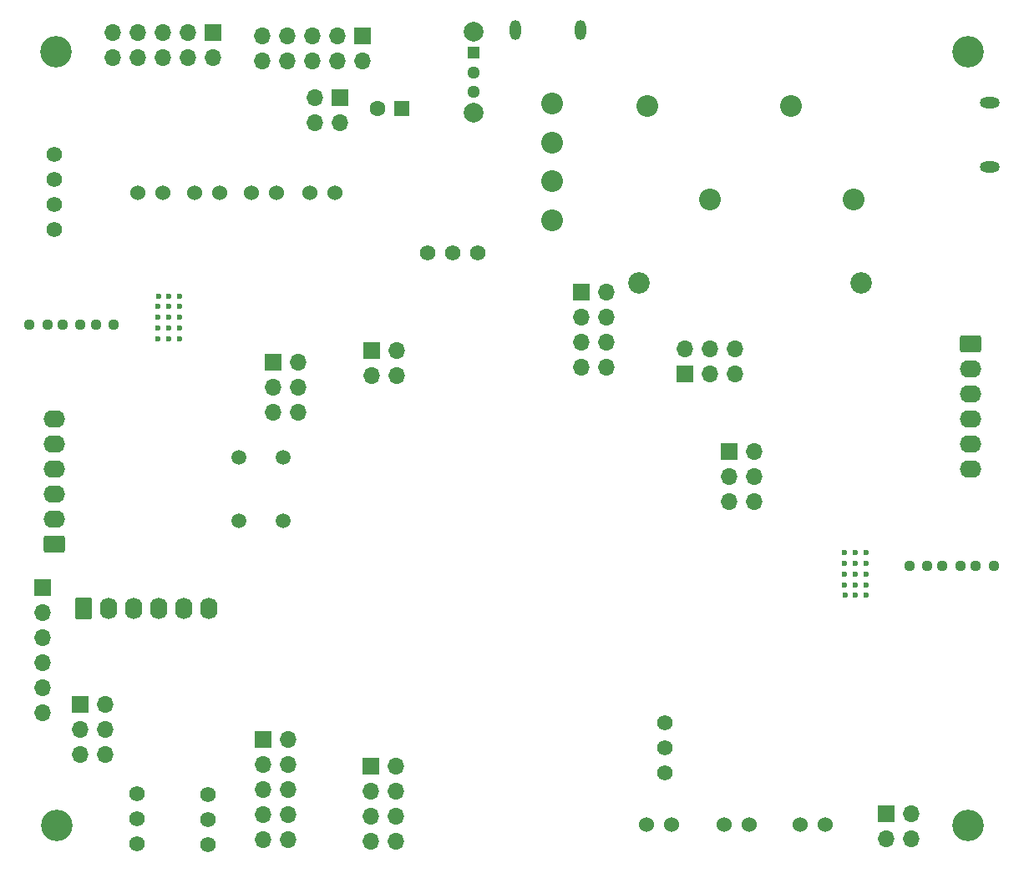
<source format=gbr>
%TF.GenerationSoftware,KiCad,Pcbnew,9.0.2*%
%TF.CreationDate,2025-06-03T12:39:49-07:00*%
%TF.ProjectId,MainBoard,4d61696e-426f-4617-9264-2e6b69636164,0.3*%
%TF.SameCoordinates,Original*%
%TF.FileFunction,Soldermask,Bot*%
%TF.FilePolarity,Negative*%
%FSLAX46Y46*%
G04 Gerber Fmt 4.6, Leading zero omitted, Abs format (unit mm)*
G04 Created by KiCad (PCBNEW 9.0.2) date 2025-06-03 12:39:49*
%MOMM*%
%LPD*%
G01*
G04 APERTURE LIST*
G04 Aperture macros list*
%AMRoundRect*
0 Rectangle with rounded corners*
0 $1 Rounding radius*
0 $2 $3 $4 $5 $6 $7 $8 $9 X,Y pos of 4 corners*
0 Add a 4 corners polygon primitive as box body*
4,1,4,$2,$3,$4,$5,$6,$7,$8,$9,$2,$3,0*
0 Add four circle primitives for the rounded corners*
1,1,$1+$1,$2,$3*
1,1,$1+$1,$4,$5*
1,1,$1+$1,$6,$7*
1,1,$1+$1,$8,$9*
0 Add four rect primitives between the rounded corners*
20,1,$1+$1,$2,$3,$4,$5,0*
20,1,$1+$1,$4,$5,$6,$7,0*
20,1,$1+$1,$6,$7,$8,$9,0*
20,1,$1+$1,$8,$9,$2,$3,0*%
G04 Aperture macros list end*
%ADD10C,1.524000*%
%ADD11RoundRect,0.250000X-0.845000X0.620000X-0.845000X-0.620000X0.845000X-0.620000X0.845000X0.620000X0*%
%ADD12O,2.190000X1.740000*%
%ADD13C,1.574800*%
%ADD14C,3.200000*%
%ADD15RoundRect,0.250000X0.845000X-0.620000X0.845000X0.620000X-0.845000X0.620000X-0.845000X-0.620000X0*%
%ADD16R,1.700000X1.700000*%
%ADD17O,1.700000X1.700000*%
%ADD18C,0.600000*%
%ADD19R,1.295400X1.295400*%
%ADD20C,1.295400*%
%ADD21C,2.000000*%
%ADD22RoundRect,0.250000X-0.620000X-0.845000X0.620000X-0.845000X0.620000X0.845000X-0.620000X0.845000X0*%
%ADD23O,1.740000X2.190000*%
%ADD24O,2.004000X1.104000*%
%ADD25C,1.507998*%
%ADD26C,2.209800*%
%ADD27R,1.600000X1.600000*%
%ADD28C,1.600000*%
%ADD29O,1.104000X2.004000*%
%ADD30C,2.184000*%
%ADD31RoundRect,0.237500X0.250000X0.237500X-0.250000X0.237500X-0.250000X-0.237500X0.250000X-0.237500X0*%
%ADD32RoundRect,0.237500X-0.250000X-0.237500X0.250000X-0.237500X0.250000X0.237500X-0.250000X0.237500X0*%
G04 APERTURE END LIST*
D10*
%TO.C,SW8*%
X189060000Y-100300000D03*
X191600000Y-100300000D03*
%TD*%
D11*
%TO.C,U11*%
X261925000Y-115570000D03*
D12*
X261925000Y-118110000D03*
X261925000Y-120650000D03*
X261925000Y-123190000D03*
X261925000Y-125730000D03*
X261925000Y-128270000D03*
%TD*%
D13*
%TO.C,J15*%
X177450000Y-166350000D03*
X177450000Y-163810000D03*
X177450000Y-161270000D03*
%TD*%
D14*
%TO.C,H2*%
X261700000Y-86000000D03*
%TD*%
D15*
%TO.C,U12*%
X169100000Y-135890000D03*
D12*
X169100000Y-133350000D03*
X169100000Y-130810000D03*
X169100000Y-128270000D03*
X169100000Y-125730000D03*
X169100000Y-123190000D03*
%TD*%
D16*
%TO.C,J1*%
X167850000Y-140300000D03*
D17*
X167850000Y-142840000D03*
X167850000Y-145380000D03*
X167850000Y-147920000D03*
X167850000Y-150460000D03*
X167850000Y-153000000D03*
%TD*%
D16*
%TO.C,J18*%
X253360000Y-163300000D03*
D17*
X255900000Y-163300000D03*
X253360000Y-165840000D03*
X255900000Y-165840000D03*
%TD*%
D13*
%TO.C,J14*%
X184673800Y-166390000D03*
X184673800Y-163850000D03*
X184673800Y-161310000D03*
%TD*%
%TO.C,D8*%
X211990000Y-106376200D03*
X209450000Y-106376200D03*
X206910000Y-106376200D03*
%TD*%
D16*
%TO.C,J3*%
X200300000Y-84360000D03*
D17*
X200300000Y-86900000D03*
X197760000Y-84360000D03*
X197760000Y-86900000D03*
X195220000Y-84360000D03*
X195220000Y-86900000D03*
X192680000Y-84360000D03*
X192680000Y-86900000D03*
X190140000Y-84360000D03*
X190140000Y-86900000D03*
%TD*%
D18*
%TO.C,U10*%
X179600000Y-111799999D03*
X179600000Y-112899999D03*
X179600000Y-113999999D03*
X179600000Y-115100000D03*
X179620000Y-110779999D03*
X180700000Y-110779999D03*
X180700000Y-115100000D03*
X180700003Y-111799999D03*
X180700003Y-112899999D03*
X180700003Y-113999999D03*
X181760000Y-110779999D03*
X181800000Y-111799999D03*
X181800000Y-112899999D03*
X181800000Y-113999999D03*
X181800000Y-115100000D03*
%TD*%
D16*
%TO.C,J21*%
X233010000Y-118650000D03*
D17*
X233010000Y-116110000D03*
X235550000Y-118650000D03*
X235550000Y-116110000D03*
X238090000Y-118650000D03*
X238090000Y-116110000D03*
%TD*%
D16*
%TO.C,J19*%
X237510000Y-126560000D03*
D17*
X240050000Y-126560000D03*
X237510000Y-129100000D03*
X240050000Y-129100000D03*
X237510000Y-131640000D03*
X240050000Y-131640000D03*
%TD*%
D19*
%TO.C,SW2*%
X211550000Y-86049999D03*
D20*
X211550000Y-88050000D03*
X211550000Y-90050001D03*
D21*
X211550000Y-83949999D03*
X211550000Y-92150000D03*
%TD*%
D18*
%TO.C,U13*%
X251400000Y-140099999D03*
X251400000Y-138999999D03*
X251400000Y-137899999D03*
X251400000Y-136799998D03*
X251380000Y-141119999D03*
X250300000Y-141119999D03*
X250300000Y-136799998D03*
X250299997Y-140099999D03*
X250299997Y-138999999D03*
X250299997Y-137899999D03*
X249240000Y-141119999D03*
X249200000Y-140099999D03*
X249200000Y-138999999D03*
X249200000Y-137899999D03*
X249200000Y-136799998D03*
%TD*%
D22*
%TO.C,J20*%
X172055000Y-142450000D03*
D23*
X174595000Y-142450000D03*
X177135000Y-142450000D03*
X179675000Y-142450000D03*
X182215000Y-142450000D03*
X184755000Y-142450000D03*
%TD*%
D16*
%TO.C,J8*%
X201160000Y-158430000D03*
D17*
X203700000Y-158430000D03*
X201160000Y-160970000D03*
X203700000Y-160970000D03*
X201160000Y-163510000D03*
X203700000Y-163510000D03*
X201160000Y-166050000D03*
X203700000Y-166050000D03*
%TD*%
D16*
%TO.C,J2*%
X185140000Y-84060000D03*
D17*
X185140000Y-86600000D03*
X182600000Y-84060000D03*
X182600000Y-86600000D03*
X180060000Y-84060000D03*
X180060000Y-86600000D03*
X177520000Y-84060000D03*
X177520000Y-86600000D03*
X174980000Y-84060000D03*
X174980000Y-86600000D03*
%TD*%
D16*
%TO.C,J23*%
X171660000Y-152150000D03*
D17*
X174200000Y-152150000D03*
X171660000Y-154690000D03*
X174200000Y-154690000D03*
X171660000Y-157230000D03*
X174200000Y-157230000D03*
%TD*%
D10*
%TO.C,SW6*%
X231610128Y-164351200D03*
X229070128Y-164351200D03*
%TD*%
D24*
%TO.C,J9*%
X263900000Y-97700000D03*
X263900000Y-91100000D03*
%TD*%
D10*
%TO.C,SW10*%
X177510000Y-100300000D03*
X180050000Y-100300000D03*
%TD*%
%TO.C,SW4*%
X239490128Y-164375000D03*
X236950128Y-164375000D03*
%TD*%
%TO.C,SW5*%
X247230128Y-164375000D03*
X244690128Y-164375000D03*
%TD*%
D16*
%TO.C,J25*%
X201250000Y-116275000D03*
D17*
X203790000Y-116275000D03*
X201250000Y-118815000D03*
X203790000Y-118815000D03*
%TD*%
D25*
%TO.C,SW1*%
X192300001Y-127099998D03*
X192300001Y-133600000D03*
X187800000Y-127099998D03*
X187800000Y-133600000D03*
%TD*%
D16*
%TO.C,J26*%
X222460000Y-110400000D03*
D17*
X225000000Y-110400000D03*
X222460000Y-112940000D03*
X225000000Y-112940000D03*
X222460000Y-115480000D03*
X225000000Y-115480000D03*
X222460000Y-118020000D03*
X225000000Y-118020000D03*
%TD*%
D26*
%TO.C,SW3*%
X219500000Y-103087200D03*
X219500000Y-99124800D03*
X219500000Y-95162400D03*
X219500000Y-91200000D03*
%TD*%
D27*
%TO.C,C15*%
X204305113Y-91700000D03*
D28*
X201805113Y-91700000D03*
%TD*%
D29*
%TO.C,J4*%
X222400000Y-83800000D03*
X215800000Y-83800000D03*
%TD*%
D30*
%TO.C,F1*%
X228350000Y-109400000D03*
X250850000Y-109400000D03*
%TD*%
D13*
%TO.C,J13*%
X230973800Y-159140000D03*
X230973800Y-156600000D03*
X230973800Y-154060000D03*
%TD*%
D10*
%TO.C,SW9*%
X183310000Y-100300000D03*
X185850000Y-100300000D03*
%TD*%
D26*
%TO.C,J6*%
X235500000Y-101000000D03*
X229150000Y-91500001D03*
%TD*%
D10*
%TO.C,SW7*%
X195000000Y-100300000D03*
X197540000Y-100300000D03*
%TD*%
D13*
%TO.C,J24*%
X169100000Y-104000000D03*
X169100000Y-101460000D03*
X169100000Y-98920000D03*
X169100000Y-96380000D03*
%TD*%
D16*
%TO.C,J7*%
X190250000Y-155740000D03*
D17*
X192790000Y-155740000D03*
X190250000Y-158280000D03*
X192790000Y-158280000D03*
X190250000Y-160820000D03*
X192790000Y-160820000D03*
X190250000Y-163360000D03*
X192790000Y-163360000D03*
X190250000Y-165900000D03*
X192790000Y-165900000D03*
%TD*%
D14*
%TO.C,H4*%
X261700000Y-164500000D03*
%TD*%
%TO.C,H1*%
X169200000Y-86000000D03*
%TD*%
D16*
%TO.C,J16*%
X191210000Y-117510000D03*
D17*
X193750000Y-117510000D03*
X191210000Y-120050000D03*
X193750000Y-120050000D03*
X191210000Y-122590000D03*
X193750000Y-122590000D03*
%TD*%
D14*
%TO.C,H3*%
X169300000Y-164500000D03*
%TD*%
D26*
%TO.C,J5*%
X250100000Y-100999999D03*
X243750000Y-91500000D03*
%TD*%
D16*
%TO.C,J22*%
X198050000Y-90650000D03*
D17*
X198050000Y-93190000D03*
X195510000Y-90650000D03*
X195510000Y-93190000D03*
%TD*%
D31*
%TO.C,R49*%
X260925000Y-138125000D03*
X259100000Y-138125000D03*
%TD*%
D32*
%TO.C,R26*%
X173275000Y-113700000D03*
X175100000Y-113700000D03*
%TD*%
D31*
%TO.C,R36*%
X257562500Y-138125000D03*
X255737500Y-138125000D03*
%TD*%
D32*
%TO.C,R47*%
X169900000Y-113700000D03*
X171725000Y-113700000D03*
%TD*%
%TO.C,R48*%
X166525000Y-113700000D03*
X168350000Y-113700000D03*
%TD*%
D31*
%TO.C,R50*%
X264300000Y-138125000D03*
X262475000Y-138125000D03*
%TD*%
M02*

</source>
